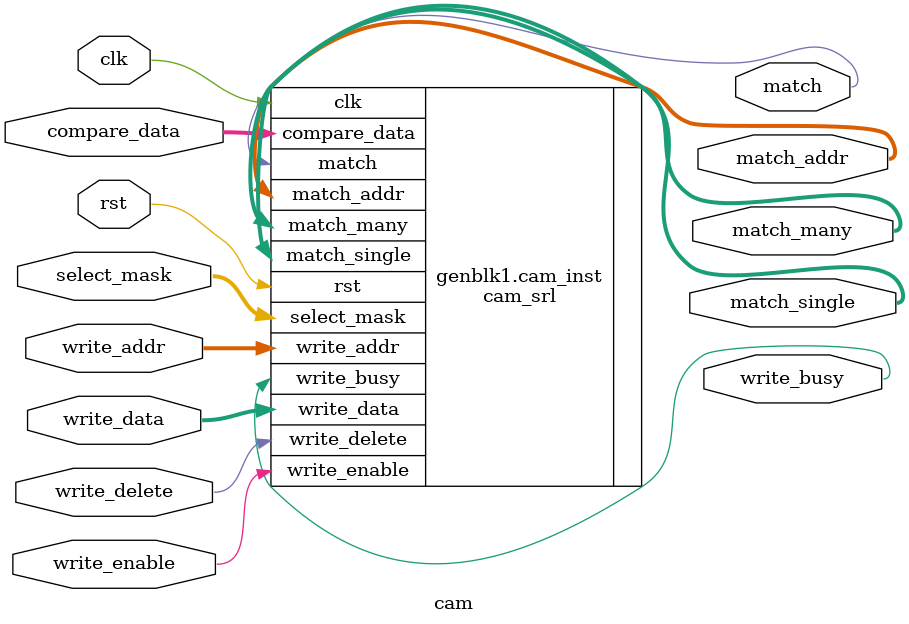
<source format=v>

/*

Copyright (c) 2015-2016 Alex Forencich

Permission is hereby granted, free of charge, to any person obtaining a copy
of this software and associated documentation files (the "Software"), to deal
in the Software without restriction, including without limitation the rights
to use, copy, modify, merge, publish, distribute, sublicense, and/or sell
copies of the Software, and to permit persons to whom the Software is
furnished to do so, subject to the following conditions:

The above copyright notice and this permission notice shall be included in
all copies or substantial portions of the Software.

THE SOFTWARE IS PROVIDED "AS IS", WITHOUT WARRANTY OF ANY KIND, EXPRESS OR
IMPLIED, INCLUDING BUT NOT LIMITED TO THE WARRANTIES OF MERCHANTABILITY
FITNESS FOR A PARTICULAR PURPOSE AND NONINFRINGEMENT. IN NO EVENT SHALL THE
AUTHORS OR COPYRIGHT HOLDERS BE LIABLE FOR ANY CLAIM, DAMAGES OR OTHER
LIABILITY, WHETHER IN AN ACTION OF CONTRACT, TORT OR OTHERWISE, ARISING FROM,
OUT OF OR IN CONNECTION WITH THE SOFTWARE OR THE USE OR OTHER DEALINGS IN
THE SOFTWARE.

*/

// Language: Verilog 2001

`timescale 1ns / 1ps

/*
 * Content Addressable Memory
 */
module cam #(
    // search data bus width
    parameter DATA_WIDTH = 64,
    // memory size in log2(words)
    parameter ADDR_WIDTH = 5,
    // CAM style (SRL, BRAM)
    parameter CAM_STYLE = "SRL",
    // width of data bus slices
    parameter SLICE_WIDTH = 4
)
(
    input  wire                     clk,
    input  wire                     rst,

    input  wire [ADDR_WIDTH-1:0]    write_addr,
    input  wire [DATA_WIDTH-1:0]    write_data,
    input  wire                     write_delete,
    input  wire                     write_enable,
    input wire [((DATA_WIDTH + SLICE_WIDTH - 1) / SLICE_WIDTH)-1:0]    select_mask , 
    output wire                     write_busy,

    input  wire [DATA_WIDTH-1:0]    compare_data,
    output wire [2**ADDR_WIDTH-1:0] match_many,
    output wire [2**ADDR_WIDTH-1:0] match_single,
    output wire [ADDR_WIDTH-1:0]    match_addr,
    output wire                     match
);

generate
    if (CAM_STYLE == "SRL") begin
        cam_srl #(
            .DATA_WIDTH(DATA_WIDTH),
            .ADDR_WIDTH(ADDR_WIDTH),
            .SLICE_WIDTH(SLICE_WIDTH)
        )
        cam_inst (
            .clk(clk),
            .rst(rst),
            .write_addr(write_addr),
            .write_data(write_data),
            .write_delete(write_delete),
            .write_enable(write_enable),
            .write_busy(write_busy), 
            .select_mask(select_mask), 
            .compare_data(compare_data),
            .match_many(match_many),
            .match_single(match_single),
            .match_addr(match_addr),
            .match(match)
        );
    end
endgenerate

endmodule

</source>
